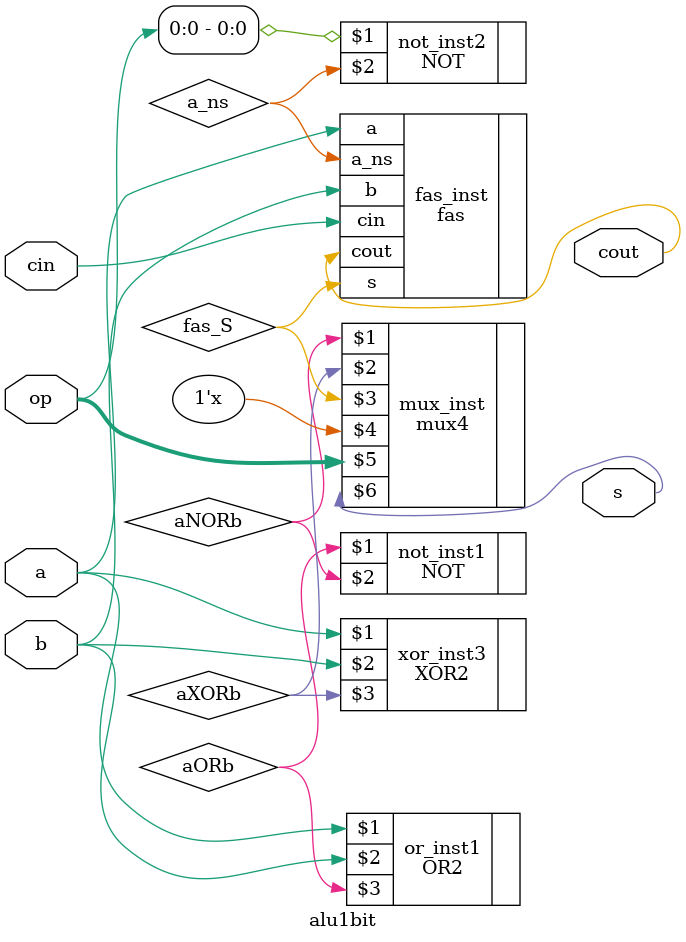
<source format=sv>
module alu1bit (
    input logic a,           // Input bit a
    input logic b,           // Input bit b
    input logic cin,         // Carry in
    input logic [1:0] op,    // Operation
    output logic s,          // Output S
    output logic cout        // Carry out
);

// Put your code here
// ------------------
logic aORb,aNORb,aXORb,fas_S,a_ns;
// NOR:
OR2 #(9,6) or_inst1 (a,b,aORb);
NOT #(1,4) not_inst1 (aORb,aNORb);
// XOR:
XOR2 #(8,7) xor_inst3 (a,b,aXORb);
//Fas:
NOT #(1,4) not_inst2 (op[0],a_ns);
fas fas_inst (.a(a),.b(b),.cin(cin),.a_ns(a_ns),.s(fas_S),.cout(cout));
//Mux:
mux4 mux_inst(aNORb,aXORb,fas_S,'x,op,s);
// End of your code

endmodule

</source>
